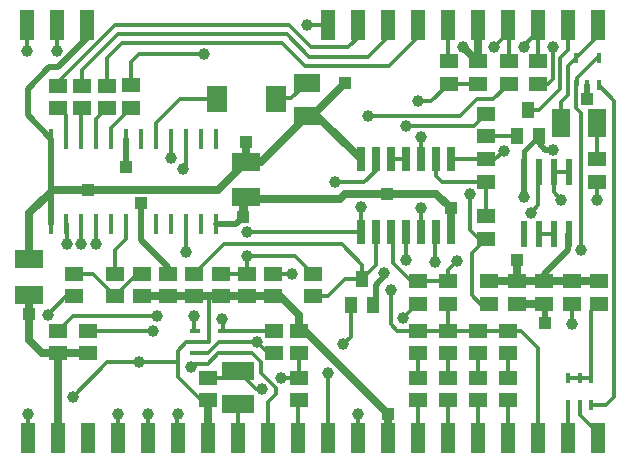
<source format=gtl>
G75*
%MOIN*%
%OFA0B0*%
%FSLAX25Y25*%
%IPPOS*%
%LPD*%
%AMOC8*
5,1,8,0,0,1.08239X$1,22.5*
%
%ADD10R,0.06693X0.08661*%
%ADD11R,0.01772X0.07087*%
%ADD12R,0.05906X0.05118*%
%ADD13R,0.09449X0.06299*%
%ADD14R,0.02600X0.08000*%
%ADD15C,0.05937*%
%ADD16R,0.05000X0.10000*%
%ADD17R,0.03937X0.05512*%
%ADD18R,0.06299X0.09449*%
%ADD19R,0.02362X0.08661*%
%ADD20R,0.08661X0.06299*%
%ADD21R,0.10630X0.06299*%
%ADD22R,0.01575X0.03543*%
%ADD23R,0.03543X0.01575*%
%ADD24C,0.01575*%
%ADD25C,0.02756*%
%ADD26C,0.01181*%
%ADD27R,0.03962X0.03962*%
%ADD28C,0.01969*%
%ADD29C,0.03962*%
D10*
X0071669Y0123121D03*
X0091354Y0123121D03*
D11*
X0071512Y0109755D03*
X0066512Y0109755D03*
X0061512Y0109755D03*
X0056512Y0109755D03*
X0051512Y0109755D03*
X0046512Y0109755D03*
X0041512Y0109755D03*
X0036512Y0109755D03*
X0031512Y0109755D03*
X0026512Y0109755D03*
X0021512Y0109755D03*
X0016512Y0109755D03*
X0016512Y0081408D03*
X0021512Y0081408D03*
X0026512Y0081408D03*
X0031512Y0081408D03*
X0036512Y0081408D03*
X0041512Y0081408D03*
X0046512Y0081408D03*
X0051512Y0081408D03*
X0056512Y0081408D03*
X0061512Y0081408D03*
X0066512Y0081408D03*
X0071512Y0081408D03*
D12*
X0073047Y0064656D03*
X0081906Y0064656D03*
X0090567Y0064656D03*
X0090567Y0057176D03*
X0081906Y0057176D03*
X0073047Y0057176D03*
X0064189Y0057176D03*
X0055528Y0057176D03*
X0046669Y0057176D03*
X0037811Y0057176D03*
X0037811Y0064656D03*
X0046669Y0064656D03*
X0055528Y0064656D03*
X0064189Y0064656D03*
X0090961Y0045759D03*
X0099031Y0045759D03*
X0099031Y0038278D03*
X0090961Y0038278D03*
X0099031Y0030011D03*
X0099031Y0022530D03*
X0068913Y0022530D03*
X0068913Y0030011D03*
X0103953Y0057176D03*
X0103953Y0064656D03*
X0138992Y0062294D03*
X0138992Y0054814D03*
X0138992Y0045759D03*
X0138992Y0038278D03*
X0138992Y0030011D03*
X0138992Y0022530D03*
X0148835Y0022530D03*
X0148835Y0030011D03*
X0148835Y0038278D03*
X0148835Y0045759D03*
X0148835Y0054814D03*
X0148835Y0062294D03*
X0162614Y0062294D03*
X0171866Y0062294D03*
X0171866Y0054814D03*
X0162614Y0054814D03*
X0158874Y0045759D03*
X0158874Y0038278D03*
X0158874Y0030011D03*
X0158874Y0022530D03*
X0168913Y0022530D03*
X0168913Y0030011D03*
X0168913Y0038278D03*
X0168913Y0045759D03*
X0180961Y0054814D03*
X0190173Y0054814D03*
X0199228Y0054814D03*
X0199228Y0062294D03*
X0190173Y0062294D03*
X0180961Y0062294D03*
X0161630Y0076467D03*
X0161630Y0083948D03*
X0161630Y0095365D03*
X0161630Y0102845D03*
X0161630Y0110522D03*
X0161630Y0118003D03*
X0158874Y0128042D03*
X0158874Y0135522D03*
X0149031Y0135522D03*
X0149031Y0128042D03*
X0169110Y0128042D03*
X0169110Y0135522D03*
X0178953Y0135522D03*
X0178953Y0128042D03*
X0198441Y0102845D03*
X0198441Y0095365D03*
X0043106Y0120011D03*
X0043106Y0127491D03*
X0035055Y0127452D03*
X0035055Y0119971D03*
X0026984Y0119971D03*
X0018913Y0119971D03*
X0018913Y0127452D03*
X0026984Y0127452D03*
X0024228Y0064656D03*
X0024228Y0057176D03*
X0028756Y0045759D03*
X0018913Y0045759D03*
X0018913Y0038278D03*
X0028756Y0038278D03*
D13*
X0009228Y0057727D03*
X0009228Y0069538D03*
X0081492Y0090286D03*
X0081492Y0102097D03*
D14*
X0119819Y0102918D03*
X0124819Y0102918D03*
X0129819Y0102918D03*
X0134819Y0102918D03*
X0139819Y0102918D03*
X0144819Y0102918D03*
X0149819Y0102918D03*
X0149819Y0078718D03*
X0144819Y0078718D03*
X0139819Y0078718D03*
X0134819Y0078718D03*
X0129819Y0078718D03*
X0124819Y0078718D03*
X0119819Y0078718D03*
D15*
X0091335Y0123160D03*
X0071650Y0123160D03*
D16*
X0008894Y0010011D03*
X0018894Y0010011D03*
X0028894Y0010011D03*
X0038894Y0010011D03*
X0048894Y0010011D03*
X0058894Y0010011D03*
X0068894Y0010011D03*
X0078894Y0010011D03*
X0088894Y0010011D03*
X0098894Y0010011D03*
X0108894Y0010011D03*
X0118894Y0010011D03*
X0128894Y0010011D03*
X0138894Y0010011D03*
X0148894Y0010011D03*
X0158894Y0010011D03*
X0168894Y0010011D03*
X0178894Y0010011D03*
X0188894Y0010011D03*
X0198894Y0010011D03*
X0198894Y0147511D03*
X0188894Y0147511D03*
X0178894Y0147511D03*
X0168894Y0147511D03*
X0158894Y0147511D03*
X0148894Y0147511D03*
X0138894Y0147511D03*
X0128894Y0147511D03*
X0118894Y0147511D03*
X0108894Y0147511D03*
X0028500Y0147530D03*
X0018500Y0147511D03*
X0008500Y0147511D03*
D17*
X0120094Y0062885D03*
X0116354Y0054223D03*
X0123835Y0054223D03*
X0171669Y0110719D03*
X0179150Y0110719D03*
X0175409Y0119381D03*
D18*
X0186630Y0114853D03*
X0198441Y0114853D03*
D19*
X0189012Y0098515D03*
X0184012Y0098515D03*
X0179012Y0098515D03*
X0174012Y0098515D03*
X0174012Y0078042D03*
X0179012Y0078042D03*
X0184012Y0078042D03*
X0189012Y0078042D03*
D20*
X0101787Y0117412D03*
X0101787Y0128436D03*
D21*
X0078953Y0032373D03*
X0078953Y0021349D03*
D22*
X0188992Y0020857D03*
X0192732Y0020857D03*
X0196472Y0020857D03*
X0196472Y0030109D03*
X0192732Y0030109D03*
X0188992Y0030109D03*
X0191551Y0127550D03*
X0195291Y0127550D03*
X0199031Y0127550D03*
X0199031Y0136802D03*
X0191551Y0136802D03*
D23*
X0073736Y0045759D03*
X0064484Y0045759D03*
X0064484Y0042019D03*
X0064484Y0038278D03*
X0073736Y0038278D03*
D24*
X0046512Y0088239D02*
X0046472Y0088278D01*
X0041551Y0109715D02*
X0041512Y0109755D01*
X0016748Y0092412D02*
X0016512Y0092648D01*
X0016453Y0092117D02*
X0016512Y0092058D01*
X0174012Y0098515D02*
X0174012Y0105581D01*
X0179150Y0110719D01*
D25*
X0158874Y0135522D02*
X0158894Y0135542D01*
X0158894Y0147511D01*
X0153953Y0140444D02*
X0158657Y0135542D01*
X0119819Y0102918D02*
X0105324Y0117412D01*
X0101787Y0117412D01*
X0103559Y0117412D01*
X0114386Y0128239D01*
X0101787Y0117412D02*
X0086472Y0102097D01*
X0083244Y0102097D01*
X0081492Y0102097D02*
X0072201Y0092806D01*
X0028953Y0092806D01*
X0017142Y0092806D01*
X0016748Y0092412D01*
X0016453Y0092117D01*
X0009228Y0084893D01*
X0009228Y0069538D01*
X0009228Y0057727D02*
X0009268Y0057688D01*
X0009268Y0051270D01*
X0009268Y0042609D01*
X0013598Y0038278D01*
X0018913Y0038278D01*
X0028756Y0038278D01*
X0018913Y0038278D02*
X0018894Y0038259D01*
X0018894Y0010011D01*
X0068894Y0010011D02*
X0068894Y0022511D01*
X0099031Y0045759D02*
X0099031Y0051074D01*
X0093126Y0056979D01*
X0090764Y0056979D01*
X0090567Y0057176D01*
X0081906Y0057176D01*
X0073047Y0057176D01*
X0069307Y0057176D01*
X0064189Y0057176D01*
X0055528Y0057176D01*
X0046669Y0057176D01*
X0080528Y0083751D02*
X0080528Y0089322D01*
X0081492Y0090286D01*
X0082122Y0089656D01*
X0112811Y0089656D01*
X0114583Y0091428D01*
X0128559Y0091428D01*
X0144898Y0091428D01*
X0149819Y0086507D01*
X0149819Y0078718D01*
X0162614Y0062294D02*
X0171866Y0062294D01*
X0180961Y0062294D01*
X0190173Y0062294D01*
X0199228Y0062294D01*
X0180961Y0054814D02*
X0171866Y0054814D01*
X0171866Y0062294D02*
X0171866Y0069184D01*
X0128953Y0018003D02*
X0101197Y0045759D01*
X0099031Y0045759D01*
X0128953Y0018003D02*
X0128953Y0010070D01*
X0081492Y0102097D02*
X0081492Y0108534D01*
D26*
X0081512Y0108554D01*
X0081492Y0102097D02*
X0083244Y0102097D01*
X0081492Y0090286D02*
X0081492Y0084715D01*
X0080528Y0083751D01*
X0081906Y0078633D02*
X0082778Y0078718D01*
X0119819Y0078718D01*
X0119819Y0085207D01*
X0119701Y0087097D01*
X0120882Y0095168D02*
X0111039Y0095168D01*
X0120882Y0095168D02*
X0124819Y0099105D01*
X0124819Y0102918D01*
X0129819Y0102918D02*
X0134819Y0102918D01*
X0139819Y0102918D02*
X0139819Y0110365D01*
X0139780Y0110326D01*
X0134858Y0113869D02*
X0157496Y0113869D01*
X0161630Y0118003D01*
X0163992Y0122924D02*
X0158480Y0122924D01*
X0152969Y0117412D01*
X0122260Y0117412D01*
X0138795Y0122333D02*
X0143126Y0122333D01*
X0149031Y0128042D01*
X0158874Y0128042D01*
X0163992Y0122924D02*
X0169110Y0128042D01*
X0169110Y0135522D02*
X0169110Y0145365D01*
X0164189Y0140444D01*
X0169110Y0145365D02*
X0169110Y0147294D01*
X0168894Y0147511D01*
X0174031Y0140641D02*
X0178953Y0145562D01*
X0178953Y0135522D01*
X0183677Y0140050D02*
X0183677Y0129617D01*
X0182102Y0128042D01*
X0178953Y0128042D01*
X0186039Y0126270D02*
X0186039Y0136704D01*
X0188795Y0139459D01*
X0188795Y0147412D01*
X0188894Y0147511D01*
X0183874Y0140444D02*
X0183677Y0140050D01*
X0188992Y0134046D02*
X0191551Y0136802D01*
X0198894Y0144144D01*
X0198894Y0147511D01*
X0199031Y0136802D02*
X0198539Y0136802D01*
X0191748Y0130011D01*
X0191748Y0127747D01*
X0191551Y0127550D01*
X0191551Y0119971D01*
X0193126Y0118396D01*
X0193126Y0072530D01*
X0188992Y0078022D02*
X0189012Y0078042D01*
X0184012Y0078042D02*
X0179012Y0078042D01*
X0176394Y0085129D02*
X0178953Y0087688D01*
X0178953Y0098456D01*
X0179012Y0098515D01*
X0184012Y0098515D02*
X0184071Y0098456D01*
X0184071Y0091822D01*
X0186630Y0089263D01*
X0189012Y0098515D02*
X0184012Y0098515D01*
X0174031Y0090444D02*
X0174012Y0090463D01*
X0161630Y0095365D02*
X0161630Y0083948D01*
X0156315Y0079420D02*
X0156315Y0091231D01*
X0161630Y0095365D02*
X0146866Y0095365D01*
X0144898Y0097333D01*
X0144898Y0102839D01*
X0144819Y0102918D01*
X0149819Y0102918D02*
X0149891Y0102845D01*
X0161630Y0102845D01*
X0164583Y0102845D01*
X0167535Y0105601D01*
X0171472Y0110522D02*
X0161630Y0110522D01*
X0171472Y0110522D02*
X0171669Y0110719D01*
X0179150Y0110719D02*
X0179346Y0110522D01*
X0179346Y0107963D01*
X0186630Y0114853D02*
X0186630Y0122137D01*
X0188992Y0124302D01*
X0188992Y0134046D01*
X0186039Y0126270D02*
X0179150Y0119381D01*
X0175409Y0119381D01*
X0158894Y0135542D02*
X0158657Y0135542D01*
X0149031Y0135522D02*
X0148894Y0135660D01*
X0148894Y0147511D01*
X0149031Y0147373D01*
X0138992Y0147412D02*
X0138992Y0143790D01*
X0129150Y0133948D01*
X0101197Y0133948D01*
X0093520Y0141625D01*
X0040173Y0141625D01*
X0035055Y0136507D01*
X0035055Y0127452D01*
X0035055Y0119971D02*
X0031512Y0116428D01*
X0031512Y0109755D01*
X0036512Y0109755D02*
X0036512Y0113416D01*
X0043106Y0120011D01*
X0043106Y0127491D02*
X0043106Y0135306D01*
X0045882Y0138081D01*
X0067339Y0138081D01*
X0071650Y0123160D02*
X0071610Y0123121D01*
X0059661Y0123121D01*
X0051512Y0114971D01*
X0051512Y0109755D01*
X0056512Y0109755D02*
X0056512Y0103239D01*
X0060449Y0099696D02*
X0061512Y0100759D01*
X0061512Y0109755D01*
X0091335Y0123160D02*
X0096512Y0123160D01*
X0101787Y0128436D01*
X0102575Y0137097D02*
X0122260Y0137097D01*
X0128953Y0143790D01*
X0128953Y0147452D01*
X0128894Y0147511D01*
X0138894Y0147511D02*
X0138992Y0147412D01*
X0138894Y0147511D02*
X0138894Y0147235D01*
X0119701Y0146704D02*
X0119701Y0144381D01*
X0115567Y0140247D01*
X0103165Y0140247D01*
X0095882Y0147530D01*
X0037811Y0147530D01*
X0019110Y0128830D01*
X0018913Y0127452D01*
X0026984Y0127452D02*
X0026984Y0132767D01*
X0038795Y0144578D01*
X0095094Y0144578D01*
X0102575Y0137097D01*
X0101984Y0147530D02*
X0108874Y0147530D01*
X0108894Y0147511D01*
X0118894Y0147511D02*
X0119701Y0146704D01*
X0174031Y0140641D02*
X0174031Y0140444D01*
X0178953Y0145562D02*
X0178953Y0147452D01*
X0178894Y0147511D01*
X0199031Y0127550D02*
X0204150Y0122432D01*
X0204150Y0023515D01*
X0201492Y0020857D01*
X0196472Y0020857D01*
X0192732Y0020857D02*
X0192732Y0017806D01*
X0198894Y0011644D01*
X0198894Y0010011D01*
X0188894Y0010011D02*
X0188894Y0020759D01*
X0188992Y0020857D01*
X0188992Y0030109D02*
X0196472Y0030109D01*
X0196472Y0052452D01*
X0199228Y0054814D01*
X0190173Y0054814D02*
X0190173Y0048121D01*
X0181118Y0054656D02*
X0180961Y0054814D01*
X0180961Y0062294D02*
X0180961Y0064499D01*
X0162614Y0054814D02*
X0159661Y0054814D01*
X0156709Y0057767D01*
X0156709Y0071546D01*
X0161630Y0076467D01*
X0159268Y0076467D01*
X0156315Y0079420D01*
X0144898Y0078639D02*
X0144819Y0078718D01*
X0144504Y0078403D01*
X0144504Y0068790D01*
X0148835Y0065837D02*
X0151984Y0068987D01*
X0148835Y0065837D02*
X0148835Y0062294D01*
X0138992Y0062294D01*
X0140370Y0062491D02*
X0136039Y0062491D01*
X0130331Y0068200D01*
X0130331Y0078206D01*
X0129819Y0078718D01*
X0134819Y0078718D02*
X0134858Y0078678D01*
X0134858Y0069184D01*
X0124819Y0067609D02*
X0124819Y0078718D01*
X0120094Y0067806D02*
X0113402Y0074499D01*
X0074031Y0074499D01*
X0064189Y0064656D01*
X0061433Y0072137D02*
X0061433Y0081330D01*
X0061512Y0081408D01*
X0071512Y0081408D02*
X0071531Y0081389D01*
X0081906Y0070759D02*
X0097850Y0070759D01*
X0103953Y0064656D01*
X0096866Y0064656D02*
X0090567Y0064656D01*
X0081906Y0064656D02*
X0081906Y0070759D01*
X0081906Y0064656D02*
X0073047Y0064656D01*
X0069307Y0057176D02*
X0069110Y0056979D01*
X0069110Y0042019D01*
X0064484Y0042019D01*
X0061630Y0042019D01*
X0058677Y0039066D01*
X0058677Y0035326D01*
X0045685Y0035326D01*
X0035252Y0035326D01*
X0023835Y0023711D01*
X0008894Y0019361D02*
X0008874Y0018003D01*
X0008894Y0019361D02*
X0008894Y0010011D01*
X0009268Y0010385D01*
X0038795Y0010109D02*
X0038795Y0018003D01*
X0038795Y0010109D02*
X0038894Y0010011D01*
X0048795Y0010109D02*
X0048795Y0017963D01*
X0048835Y0018003D01*
X0048795Y0010109D02*
X0048894Y0010011D01*
X0058638Y0010267D02*
X0058638Y0017963D01*
X0058677Y0018003D01*
X0066551Y0022530D02*
X0058677Y0030404D01*
X0058677Y0035326D01*
X0063008Y0033554D02*
X0064189Y0034735D01*
X0068717Y0034735D01*
X0072260Y0038278D01*
X0073736Y0038278D01*
X0083480Y0038278D01*
X0086433Y0035326D01*
X0086433Y0031782D01*
X0091551Y0026664D01*
X0091551Y0024499D01*
X0088894Y0021841D01*
X0088894Y0010011D01*
X0098894Y0010011D02*
X0098894Y0022393D01*
X0099031Y0022530D01*
X0099031Y0030011D02*
X0093126Y0030011D01*
X0099031Y0030011D02*
X0099031Y0038278D01*
X0097457Y0044381D02*
X0099031Y0045759D01*
X0090961Y0045759D02*
X0073736Y0045759D01*
X0073736Y0049597D01*
X0073638Y0049696D01*
X0064484Y0045759D02*
X0064189Y0046054D01*
X0064189Y0050680D01*
X0051984Y0050680D02*
X0023835Y0050680D01*
X0018913Y0045759D01*
X0015370Y0051074D02*
X0021472Y0057176D01*
X0024228Y0057176D01*
X0024228Y0064656D02*
X0030331Y0064656D01*
X0037811Y0057176D01*
X0045291Y0064656D01*
X0046669Y0064656D01*
X0037811Y0064656D02*
X0037811Y0072727D01*
X0041551Y0076467D01*
X0041551Y0081369D01*
X0041512Y0081408D01*
X0046472Y0081369D02*
X0046512Y0081408D01*
X0031512Y0081408D02*
X0031512Y0074696D01*
X0026591Y0074696D02*
X0026591Y0081330D01*
X0026512Y0081408D01*
X0021669Y0081251D02*
X0021512Y0081408D01*
X0021669Y0081251D02*
X0021669Y0074696D01*
X0055528Y0067019D02*
X0055528Y0064656D01*
X0050409Y0045759D02*
X0028756Y0045759D01*
X0064484Y0038278D02*
X0068913Y0038278D01*
X0072654Y0042019D01*
X0085055Y0042019D01*
X0088795Y0038278D01*
X0090961Y0038278D01*
X0084858Y0026467D02*
X0078953Y0032373D01*
X0076591Y0030011D01*
X0068913Y0030011D01*
X0068913Y0022530D02*
X0066551Y0022530D01*
X0068894Y0022511D02*
X0068913Y0022530D01*
X0078894Y0021290D02*
X0078953Y0021349D01*
X0078894Y0021290D02*
X0078894Y0010011D01*
X0058894Y0010011D02*
X0058638Y0010267D01*
X0084858Y0026467D02*
X0086827Y0026467D01*
X0108874Y0031585D02*
X0108894Y0018180D01*
X0108894Y0010011D01*
X0118894Y0010011D02*
X0118894Y0018377D01*
X0118913Y0018003D01*
X0128894Y0010011D02*
X0128953Y0010070D01*
X0138894Y0010011D02*
X0138894Y0022038D01*
X0138992Y0022530D01*
X0138992Y0030011D02*
X0138992Y0038278D01*
X0138992Y0045759D02*
X0131906Y0045759D01*
X0129740Y0047924D01*
X0129740Y0059341D01*
X0138402Y0054814D02*
X0133677Y0050089D01*
X0138992Y0045759D02*
X0148835Y0045759D01*
X0148835Y0054814D01*
X0148835Y0045759D02*
X0158874Y0045759D01*
X0168913Y0045759D01*
X0173244Y0045759D01*
X0178894Y0040109D01*
X0178894Y0010011D01*
X0168894Y0010011D02*
X0168894Y0022117D01*
X0168913Y0022530D01*
X0168913Y0030011D02*
X0168913Y0038278D01*
X0158874Y0038278D02*
X0158874Y0030011D01*
X0158874Y0022530D02*
X0158894Y0022117D01*
X0158894Y0010011D01*
X0148894Y0010011D02*
X0148894Y0022078D01*
X0148835Y0022530D01*
X0148835Y0030011D02*
X0148835Y0038278D01*
X0138992Y0054814D02*
X0138402Y0054814D01*
X0124819Y0067609D02*
X0120094Y0062885D01*
X0114583Y0062885D01*
X0108874Y0057176D01*
X0103953Y0057176D01*
X0116354Y0054223D02*
X0116354Y0043790D01*
X0113992Y0041428D01*
X0120094Y0062885D02*
X0120094Y0067806D01*
X0139780Y0078757D02*
X0139780Y0086507D01*
X0139780Y0078757D02*
X0139819Y0078718D01*
X0198441Y0089263D02*
X0198441Y0095365D01*
X0198441Y0102845D02*
X0198441Y0114853D01*
X0196472Y0030109D02*
X0192732Y0030109D01*
X0026512Y0109755D02*
X0026512Y0119499D01*
X0026984Y0119971D01*
X0021512Y0117570D02*
X0021512Y0109755D01*
X0021512Y0117570D02*
X0018913Y0119971D01*
X0018520Y0138869D02*
X0018520Y0147491D01*
X0018500Y0147511D01*
X0008500Y0147511D02*
X0008480Y0147491D01*
X0008480Y0138869D01*
D27*
X0041551Y0100483D03*
X0028953Y0092806D03*
X0046472Y0088278D03*
X0080528Y0083751D03*
X0081512Y0108554D03*
X0114386Y0128239D03*
X0128559Y0091428D03*
X0149819Y0086507D03*
X0171866Y0069184D03*
X0181118Y0048318D03*
X0128953Y0018003D03*
X0009268Y0051270D03*
X0195291Y0122924D03*
D28*
X0195291Y0127550D01*
X0179346Y0107963D02*
X0181315Y0105995D01*
X0183874Y0105995D01*
X0174012Y0098515D02*
X0174012Y0090463D01*
X0188992Y0078022D02*
X0188992Y0072530D01*
X0180961Y0064499D01*
X0181118Y0054656D02*
X0181118Y0048318D01*
X0127575Y0063869D02*
X0124819Y0061113D01*
X0124819Y0055207D01*
X0123835Y0054223D01*
X0127575Y0063869D02*
X0127575Y0065050D01*
X0080528Y0083751D02*
X0078165Y0081389D01*
X0071531Y0081389D01*
X0055528Y0067019D02*
X0046472Y0076074D01*
X0046472Y0081369D01*
X0046512Y0081408D02*
X0046512Y0088239D01*
X0041551Y0100483D02*
X0041551Y0109715D01*
X0016512Y0109755D02*
X0016512Y0092648D01*
X0016512Y0092058D02*
X0016512Y0081408D01*
X0016512Y0109755D02*
X0008677Y0117589D01*
X0008677Y0126270D01*
X0015961Y0133554D01*
X0018717Y0133554D01*
X0028500Y0143337D01*
X0028500Y0147530D01*
D29*
X0018520Y0138869D03*
X0008480Y0138869D03*
X0056512Y0103239D03*
X0060449Y0099696D03*
X0081906Y0078633D03*
X0081906Y0070759D03*
X0096866Y0064656D03*
X0073638Y0049696D03*
X0064189Y0050680D03*
X0051984Y0050680D03*
X0050409Y0045759D03*
X0045685Y0035326D03*
X0063008Y0033554D03*
X0058677Y0018003D03*
X0048835Y0018003D03*
X0038795Y0018003D03*
X0023835Y0023711D03*
X0008874Y0018003D03*
X0015370Y0051074D03*
X0021669Y0074696D03*
X0026591Y0074696D03*
X0031512Y0074696D03*
X0061433Y0072137D03*
X0085055Y0042019D03*
X0093126Y0030011D03*
X0086827Y0026467D03*
X0108874Y0031585D03*
X0113992Y0041428D03*
X0133677Y0050089D03*
X0129740Y0059341D03*
X0127575Y0065050D03*
X0134858Y0069184D03*
X0144504Y0068790D03*
X0151984Y0068987D03*
X0139780Y0086507D03*
X0156315Y0091231D03*
X0174031Y0090444D03*
X0176394Y0085129D03*
X0186630Y0089263D03*
X0198441Y0089263D03*
X0193126Y0072530D03*
X0190173Y0048121D03*
X0118913Y0018003D03*
X0119701Y0087097D03*
X0111039Y0095168D03*
X0134858Y0113869D03*
X0139780Y0110326D03*
X0138795Y0122333D03*
X0122260Y0117412D03*
X0153953Y0140444D03*
X0164189Y0140444D03*
X0174031Y0140444D03*
X0183874Y0140444D03*
X0183874Y0105995D03*
X0167535Y0105601D03*
X0101984Y0147530D03*
X0067339Y0138081D03*
M02*

</source>
